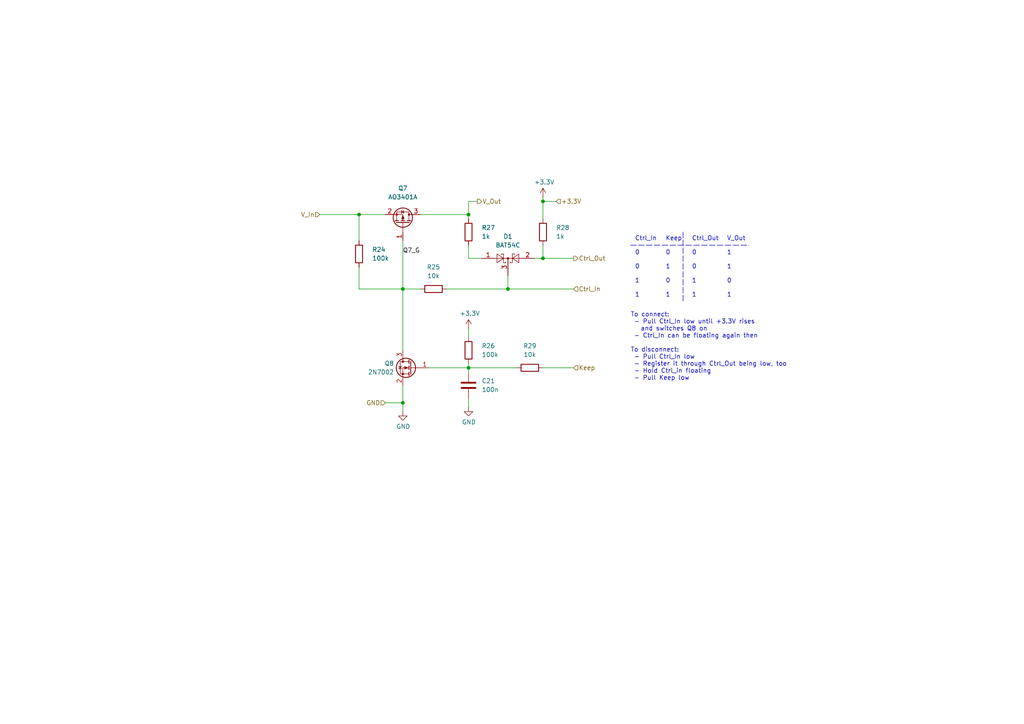
<source format=kicad_sch>
(kicad_sch (version 20211123) (generator eeschema)

  (uuid cbd6582d-6fd2-4277-8271-e1bf100ea5fd)

  (paper "A4")

  (lib_symbols
    (symbol "Device:C" (pin_numbers hide) (pin_names (offset 0.254)) (in_bom yes) (on_board yes)
      (property "Reference" "C" (id 0) (at 0.635 2.54 0)
        (effects (font (size 1.27 1.27)) (justify left))
      )
      (property "Value" "C" (id 1) (at 0.635 -2.54 0)
        (effects (font (size 1.27 1.27)) (justify left))
      )
      (property "Footprint" "" (id 2) (at 0.9652 -3.81 0)
        (effects (font (size 1.27 1.27)) hide)
      )
      (property "Datasheet" "~" (id 3) (at 0 0 0)
        (effects (font (size 1.27 1.27)) hide)
      )
      (property "ki_keywords" "cap capacitor" (id 4) (at 0 0 0)
        (effects (font (size 1.27 1.27)) hide)
      )
      (property "ki_description" "Unpolarized capacitor" (id 5) (at 0 0 0)
        (effects (font (size 1.27 1.27)) hide)
      )
      (property "ki_fp_filters" "C_*" (id 6) (at 0 0 0)
        (effects (font (size 1.27 1.27)) hide)
      )
      (symbol "C_0_1"
        (polyline
          (pts
            (xy -2.032 -0.762)
            (xy 2.032 -0.762)
          )
          (stroke (width 0.508) (type default) (color 0 0 0 0))
          (fill (type none))
        )
        (polyline
          (pts
            (xy -2.032 0.762)
            (xy 2.032 0.762)
          )
          (stroke (width 0.508) (type default) (color 0 0 0 0))
          (fill (type none))
        )
      )
      (symbol "C_1_1"
        (pin passive line (at 0 3.81 270) (length 2.794)
          (name "~" (effects (font (size 1.27 1.27))))
          (number "1" (effects (font (size 1.27 1.27))))
        )
        (pin passive line (at 0 -3.81 90) (length 2.794)
          (name "~" (effects (font (size 1.27 1.27))))
          (number "2" (effects (font (size 1.27 1.27))))
        )
      )
    )
    (symbol "Device:R" (pin_numbers hide) (pin_names (offset 0)) (in_bom yes) (on_board yes)
      (property "Reference" "R" (id 0) (at 2.032 0 90)
        (effects (font (size 1.27 1.27)))
      )
      (property "Value" "R" (id 1) (at 0 0 90)
        (effects (font (size 1.27 1.27)))
      )
      (property "Footprint" "" (id 2) (at -1.778 0 90)
        (effects (font (size 1.27 1.27)) hide)
      )
      (property "Datasheet" "~" (id 3) (at 0 0 0)
        (effects (font (size 1.27 1.27)) hide)
      )
      (property "ki_keywords" "R res resistor" (id 4) (at 0 0 0)
        (effects (font (size 1.27 1.27)) hide)
      )
      (property "ki_description" "Resistor" (id 5) (at 0 0 0)
        (effects (font (size 1.27 1.27)) hide)
      )
      (property "ki_fp_filters" "R_*" (id 6) (at 0 0 0)
        (effects (font (size 1.27 1.27)) hide)
      )
      (symbol "R_0_1"
        (rectangle (start -1.016 -2.54) (end 1.016 2.54)
          (stroke (width 0.254) (type default) (color 0 0 0 0))
          (fill (type none))
        )
      )
      (symbol "R_1_1"
        (pin passive line (at 0 3.81 270) (length 1.27)
          (name "~" (effects (font (size 1.27 1.27))))
          (number "1" (effects (font (size 1.27 1.27))))
        )
        (pin passive line (at 0 -3.81 90) (length 1.27)
          (name "~" (effects (font (size 1.27 1.27))))
          (number "2" (effects (font (size 1.27 1.27))))
        )
      )
    )
    (symbol "Diode:BAT54C" (pin_names (offset 1.016)) (in_bom yes) (on_board yes)
      (property "Reference" "D" (id 0) (at 0.635 -3.81 0)
        (effects (font (size 1.27 1.27)) (justify left))
      )
      (property "Value" "BAT54C" (id 1) (at -6.35 3.175 0)
        (effects (font (size 1.27 1.27)) (justify left))
      )
      (property "Footprint" "Package_TO_SOT_SMD:SOT-23" (id 2) (at 1.905 3.175 0)
        (effects (font (size 1.27 1.27)) (justify left) hide)
      )
      (property "Datasheet" "http://www.diodes.com/_files/datasheets/ds11005.pdf" (id 3) (at -2.032 0 0)
        (effects (font (size 1.27 1.27)) hide)
      )
      (property "ki_keywords" "schottky diode common cathode" (id 4) (at 0 0 0)
        (effects (font (size 1.27 1.27)) hide)
      )
      (property "ki_description" "dual schottky barrier diode, common cathode" (id 5) (at 0 0 0)
        (effects (font (size 1.27 1.27)) hide)
      )
      (property "ki_fp_filters" "SOT?23*" (id 6) (at 0 0 0)
        (effects (font (size 1.27 1.27)) hide)
      )
      (symbol "BAT54C_0_1"
        (polyline
          (pts
            (xy -1.905 0)
            (xy 1.905 0)
          )
          (stroke (width 0) (type default) (color 0 0 0 0))
          (fill (type none))
        )
        (polyline
          (pts
            (xy -1.905 1.27)
            (xy -1.905 1.016)
          )
          (stroke (width 0) (type default) (color 0 0 0 0))
          (fill (type none))
        )
        (polyline
          (pts
            (xy -1.27 -1.27)
            (xy -0.635 -1.27)
          )
          (stroke (width 0) (type default) (color 0 0 0 0))
          (fill (type none))
        )
        (polyline
          (pts
            (xy -1.27 0)
            (xy -3.81 0)
          )
          (stroke (width 0) (type default) (color 0 0 0 0))
          (fill (type none))
        )
        (polyline
          (pts
            (xy -1.27 1.27)
            (xy -1.905 1.27)
          )
          (stroke (width 0) (type default) (color 0 0 0 0))
          (fill (type none))
        )
        (polyline
          (pts
            (xy -1.27 1.27)
            (xy -1.27 -1.27)
          )
          (stroke (width 0) (type default) (color 0 0 0 0))
          (fill (type none))
        )
        (polyline
          (pts
            (xy -0.635 -1.27)
            (xy -0.635 -1.016)
          )
          (stroke (width 0) (type default) (color 0 0 0 0))
          (fill (type none))
        )
        (polyline
          (pts
            (xy 0.635 -1.27)
            (xy 0.635 -1.016)
          )
          (stroke (width 0) (type default) (color 0 0 0 0))
          (fill (type none))
        )
        (polyline
          (pts
            (xy 1.27 -1.27)
            (xy 0.635 -1.27)
          )
          (stroke (width 0) (type default) (color 0 0 0 0))
          (fill (type none))
        )
        (polyline
          (pts
            (xy 1.27 1.27)
            (xy 1.27 -1.27)
          )
          (stroke (width 0) (type default) (color 0 0 0 0))
          (fill (type none))
        )
        (polyline
          (pts
            (xy 1.27 1.27)
            (xy 1.905 1.27)
          )
          (stroke (width 0) (type default) (color 0 0 0 0))
          (fill (type none))
        )
        (polyline
          (pts
            (xy 1.905 1.27)
            (xy 1.905 1.016)
          )
          (stroke (width 0) (type default) (color 0 0 0 0))
          (fill (type none))
        )
        (polyline
          (pts
            (xy 3.81 0)
            (xy 1.27 0)
          )
          (stroke (width 0) (type default) (color 0 0 0 0))
          (fill (type none))
        )
        (polyline
          (pts
            (xy -3.175 -1.27)
            (xy -3.175 1.27)
            (xy -1.27 0)
            (xy -3.175 -1.27)
          )
          (stroke (width 0) (type default) (color 0 0 0 0))
          (fill (type none))
        )
        (polyline
          (pts
            (xy 3.175 -1.27)
            (xy 3.175 1.27)
            (xy 1.27 0)
            (xy 3.175 -1.27)
          )
          (stroke (width 0) (type default) (color 0 0 0 0))
          (fill (type none))
        )
        (circle (center 0 0) (radius 0.254)
          (stroke (width 0) (type default) (color 0 0 0 0))
          (fill (type outline))
        )
      )
      (symbol "BAT54C_1_1"
        (pin passive line (at -7.62 0 0) (length 3.81)
          (name "~" (effects (font (size 1.27 1.27))))
          (number "1" (effects (font (size 1.27 1.27))))
        )
        (pin passive line (at 7.62 0 180) (length 3.81)
          (name "~" (effects (font (size 1.27 1.27))))
          (number "2" (effects (font (size 1.27 1.27))))
        )
        (pin passive line (at 0 -5.08 90) (length 5.08)
          (name "~" (effects (font (size 1.27 1.27))))
          (number "3" (effects (font (size 1.27 1.27))))
        )
      )
    )
    (symbol "Transistor_FET:2N7002" (pin_names hide) (in_bom yes) (on_board yes)
      (property "Reference" "Q" (id 0) (at 5.08 1.905 0)
        (effects (font (size 1.27 1.27)) (justify left))
      )
      (property "Value" "2N7002" (id 1) (at 5.08 0 0)
        (effects (font (size 1.27 1.27)) (justify left))
      )
      (property "Footprint" "Package_TO_SOT_SMD:SOT-23" (id 2) (at 5.08 -1.905 0)
        (effects (font (size 1.27 1.27) italic) (justify left) hide)
      )
      (property "Datasheet" "https://www.onsemi.com/pub/Collateral/NDS7002A-D.PDF" (id 3) (at 0 0 0)
        (effects (font (size 1.27 1.27)) (justify left) hide)
      )
      (property "ki_keywords" "N-Channel Switching MOSFET" (id 4) (at 0 0 0)
        (effects (font (size 1.27 1.27)) hide)
      )
      (property "ki_description" "0.115A Id, 60V Vds, N-Channel MOSFET, SOT-23" (id 5) (at 0 0 0)
        (effects (font (size 1.27 1.27)) hide)
      )
      (property "ki_fp_filters" "SOT?23*" (id 6) (at 0 0 0)
        (effects (font (size 1.27 1.27)) hide)
      )
      (symbol "2N7002_0_1"
        (polyline
          (pts
            (xy 0.254 0)
            (xy -2.54 0)
          )
          (stroke (width 0) (type default) (color 0 0 0 0))
          (fill (type none))
        )
        (polyline
          (pts
            (xy 0.254 1.905)
            (xy 0.254 -1.905)
          )
          (stroke (width 0.254) (type default) (color 0 0 0 0))
          (fill (type none))
        )
        (polyline
          (pts
            (xy 0.762 -1.27)
            (xy 0.762 -2.286)
          )
          (stroke (width 0.254) (type default) (color 0 0 0 0))
          (fill (type none))
        )
        (polyline
          (pts
            (xy 0.762 0.508)
            (xy 0.762 -0.508)
          )
          (stroke (width 0.254) (type default) (color 0 0 0 0))
          (fill (type none))
        )
        (polyline
          (pts
            (xy 0.762 2.286)
            (xy 0.762 1.27)
          )
          (stroke (width 0.254) (type default) (color 0 0 0 0))
          (fill (type none))
        )
        (polyline
          (pts
            (xy 2.54 2.54)
            (xy 2.54 1.778)
          )
          (stroke (width 0) (type default) (color 0 0 0 0))
          (fill (type none))
        )
        (polyline
          (pts
            (xy 2.54 -2.54)
            (xy 2.54 0)
            (xy 0.762 0)
          )
          (stroke (width 0) (type default) (color 0 0 0 0))
          (fill (type none))
        )
        (polyline
          (pts
            (xy 0.762 -1.778)
            (xy 3.302 -1.778)
            (xy 3.302 1.778)
            (xy 0.762 1.778)
          )
          (stroke (width 0) (type default) (color 0 0 0 0))
          (fill (type none))
        )
        (polyline
          (pts
            (xy 1.016 0)
            (xy 2.032 0.381)
            (xy 2.032 -0.381)
            (xy 1.016 0)
          )
          (stroke (width 0) (type default) (color 0 0 0 0))
          (fill (type outline))
        )
        (polyline
          (pts
            (xy 2.794 0.508)
            (xy 2.921 0.381)
            (xy 3.683 0.381)
            (xy 3.81 0.254)
          )
          (stroke (width 0) (type default) (color 0 0 0 0))
          (fill (type none))
        )
        (polyline
          (pts
            (xy 3.302 0.381)
            (xy 2.921 -0.254)
            (xy 3.683 -0.254)
            (xy 3.302 0.381)
          )
          (stroke (width 0) (type default) (color 0 0 0 0))
          (fill (type none))
        )
        (circle (center 1.651 0) (radius 2.794)
          (stroke (width 0.254) (type default) (color 0 0 0 0))
          (fill (type none))
        )
        (circle (center 2.54 -1.778) (radius 0.254)
          (stroke (width 0) (type default) (color 0 0 0 0))
          (fill (type outline))
        )
        (circle (center 2.54 1.778) (radius 0.254)
          (stroke (width 0) (type default) (color 0 0 0 0))
          (fill (type outline))
        )
      )
      (symbol "2N7002_1_1"
        (pin input line (at -5.08 0 0) (length 2.54)
          (name "G" (effects (font (size 1.27 1.27))))
          (number "1" (effects (font (size 1.27 1.27))))
        )
        (pin passive line (at 2.54 -5.08 90) (length 2.54)
          (name "S" (effects (font (size 1.27 1.27))))
          (number "2" (effects (font (size 1.27 1.27))))
        )
        (pin passive line (at 2.54 5.08 270) (length 2.54)
          (name "D" (effects (font (size 1.27 1.27))))
          (number "3" (effects (font (size 1.27 1.27))))
        )
      )
    )
    (symbol "Transistor_FET:AO3401A" (pin_names hide) (in_bom yes) (on_board yes)
      (property "Reference" "Q" (id 0) (at 5.08 1.905 0)
        (effects (font (size 1.27 1.27)) (justify left))
      )
      (property "Value" "AO3401A" (id 1) (at 5.08 0 0)
        (effects (font (size 1.27 1.27)) (justify left))
      )
      (property "Footprint" "Package_TO_SOT_SMD:SOT-23" (id 2) (at 5.08 -1.905 0)
        (effects (font (size 1.27 1.27) italic) (justify left) hide)
      )
      (property "Datasheet" "http://www.aosmd.com/pdfs/datasheet/AO3401A.pdf" (id 3) (at 0 0 0)
        (effects (font (size 1.27 1.27)) (justify left) hide)
      )
      (property "ki_keywords" "P-Channel MOSFET" (id 4) (at 0 0 0)
        (effects (font (size 1.27 1.27)) hide)
      )
      (property "ki_description" "-4.0A Id, -30V Vds, P-Channel MOSFET, SOT-23" (id 5) (at 0 0 0)
        (effects (font (size 1.27 1.27)) hide)
      )
      (property "ki_fp_filters" "SOT?23*" (id 6) (at 0 0 0)
        (effects (font (size 1.27 1.27)) hide)
      )
      (symbol "AO3401A_0_1"
        (polyline
          (pts
            (xy 0.254 0)
            (xy -2.54 0)
          )
          (stroke (width 0) (type default) (color 0 0 0 0))
          (fill (type none))
        )
        (polyline
          (pts
            (xy 0.254 1.905)
            (xy 0.254 -1.905)
          )
          (stroke (width 0.254) (type default) (color 0 0 0 0))
          (fill (type none))
        )
        (polyline
          (pts
            (xy 0.762 -1.27)
            (xy 0.762 -2.286)
          )
          (stroke (width 0.254) (type default) (color 0 0 0 0))
          (fill (type none))
        )
        (polyline
          (pts
            (xy 0.762 0.508)
            (xy 0.762 -0.508)
          )
          (stroke (width 0.254) (type default) (color 0 0 0 0))
          (fill (type none))
        )
        (polyline
          (pts
            (xy 0.762 2.286)
            (xy 0.762 1.27)
          )
          (stroke (width 0.254) (type default) (color 0 0 0 0))
          (fill (type none))
        )
        (polyline
          (pts
            (xy 2.54 2.54)
            (xy 2.54 1.778)
          )
          (stroke (width 0) (type default) (color 0 0 0 0))
          (fill (type none))
        )
        (polyline
          (pts
            (xy 2.54 -2.54)
            (xy 2.54 0)
            (xy 0.762 0)
          )
          (stroke (width 0) (type default) (color 0 0 0 0))
          (fill (type none))
        )
        (polyline
          (pts
            (xy 0.762 1.778)
            (xy 3.302 1.778)
            (xy 3.302 -1.778)
            (xy 0.762 -1.778)
          )
          (stroke (width 0) (type default) (color 0 0 0 0))
          (fill (type none))
        )
        (polyline
          (pts
            (xy 2.286 0)
            (xy 1.27 0.381)
            (xy 1.27 -0.381)
            (xy 2.286 0)
          )
          (stroke (width 0) (type default) (color 0 0 0 0))
          (fill (type outline))
        )
        (polyline
          (pts
            (xy 2.794 -0.508)
            (xy 2.921 -0.381)
            (xy 3.683 -0.381)
            (xy 3.81 -0.254)
          )
          (stroke (width 0) (type default) (color 0 0 0 0))
          (fill (type none))
        )
        (polyline
          (pts
            (xy 3.302 -0.381)
            (xy 2.921 0.254)
            (xy 3.683 0.254)
            (xy 3.302 -0.381)
          )
          (stroke (width 0) (type default) (color 0 0 0 0))
          (fill (type none))
        )
        (circle (center 1.651 0) (radius 2.794)
          (stroke (width 0.254) (type default) (color 0 0 0 0))
          (fill (type none))
        )
        (circle (center 2.54 -1.778) (radius 0.254)
          (stroke (width 0) (type default) (color 0 0 0 0))
          (fill (type outline))
        )
        (circle (center 2.54 1.778) (radius 0.254)
          (stroke (width 0) (type default) (color 0 0 0 0))
          (fill (type outline))
        )
      )
      (symbol "AO3401A_1_1"
        (pin input line (at -5.08 0 0) (length 2.54)
          (name "G" (effects (font (size 1.27 1.27))))
          (number "1" (effects (font (size 1.27 1.27))))
        )
        (pin passive line (at 2.54 -5.08 90) (length 2.54)
          (name "S" (effects (font (size 1.27 1.27))))
          (number "2" (effects (font (size 1.27 1.27))))
        )
        (pin passive line (at 2.54 5.08 270) (length 2.54)
          (name "D" (effects (font (size 1.27 1.27))))
          (number "3" (effects (font (size 1.27 1.27))))
        )
      )
    )
    (symbol "power:+3.3V" (power) (pin_names (offset 0)) (in_bom yes) (on_board yes)
      (property "Reference" "#PWR" (id 0) (at 0 -3.81 0)
        (effects (font (size 1.27 1.27)) hide)
      )
      (property "Value" "+3.3V" (id 1) (at 0 3.556 0)
        (effects (font (size 1.27 1.27)))
      )
      (property "Footprint" "" (id 2) (at 0 0 0)
        (effects (font (size 1.27 1.27)) hide)
      )
      (property "Datasheet" "" (id 3) (at 0 0 0)
        (effects (font (size 1.27 1.27)) hide)
      )
      (property "ki_keywords" "power-flag" (id 4) (at 0 0 0)
        (effects (font (size 1.27 1.27)) hide)
      )
      (property "ki_description" "Power symbol creates a global label with name \"+3.3V\"" (id 5) (at 0 0 0)
        (effects (font (size 1.27 1.27)) hide)
      )
      (symbol "+3.3V_0_1"
        (polyline
          (pts
            (xy -0.762 1.27)
            (xy 0 2.54)
          )
          (stroke (width 0) (type default) (color 0 0 0 0))
          (fill (type none))
        )
        (polyline
          (pts
            (xy 0 0)
            (xy 0 2.54)
          )
          (stroke (width 0) (type default) (color 0 0 0 0))
          (fill (type none))
        )
        (polyline
          (pts
            (xy 0 2.54)
            (xy 0.762 1.27)
          )
          (stroke (width 0) (type default) (color 0 0 0 0))
          (fill (type none))
        )
      )
      (symbol "+3.3V_1_1"
        (pin power_in line (at 0 0 90) (length 0) hide
          (name "+3.3V" (effects (font (size 1.27 1.27))))
          (number "1" (effects (font (size 1.27 1.27))))
        )
      )
    )
    (symbol "power:GND" (power) (pin_names (offset 0)) (in_bom yes) (on_board yes)
      (property "Reference" "#PWR" (id 0) (at 0 -6.35 0)
        (effects (font (size 1.27 1.27)) hide)
      )
      (property "Value" "GND" (id 1) (at 0 -3.81 0)
        (effects (font (size 1.27 1.27)))
      )
      (property "Footprint" "" (id 2) (at 0 0 0)
        (effects (font (size 1.27 1.27)) hide)
      )
      (property "Datasheet" "" (id 3) (at 0 0 0)
        (effects (font (size 1.27 1.27)) hide)
      )
      (property "ki_keywords" "power-flag" (id 4) (at 0 0 0)
        (effects (font (size 1.27 1.27)) hide)
      )
      (property "ki_description" "Power symbol creates a global label with name \"GND\" , ground" (id 5) (at 0 0 0)
        (effects (font (size 1.27 1.27)) hide)
      )
      (symbol "GND_0_1"
        (polyline
          (pts
            (xy 0 0)
            (xy 0 -1.27)
            (xy 1.27 -1.27)
            (xy 0 -2.54)
            (xy -1.27 -1.27)
            (xy 0 -1.27)
          )
          (stroke (width 0) (type default) (color 0 0 0 0))
          (fill (type none))
        )
      )
      (symbol "GND_1_1"
        (pin power_in line (at 0 0 270) (length 0) hide
          (name "GND" (effects (font (size 1.27 1.27))))
          (number "1" (effects (font (size 1.27 1.27))))
        )
      )
    )
  )

  (junction (at 116.84 83.82) (diameter 0) (color 0 0 0 0)
    (uuid 2c77ab9b-e48a-416f-afd0-76845a8fd038)
  )
  (junction (at 157.48 58.42) (diameter 0) (color 0 0 0 0)
    (uuid 3c326ed4-3b60-4a3c-ab42-8b288a0d0f2d)
  )
  (junction (at 147.32 83.82) (diameter 0) (color 0 0 0 0)
    (uuid 46b108fd-1e52-4c13-876d-e3e4aaa9c3fd)
  )
  (junction (at 116.84 116.84) (diameter 0) (color 0 0 0 0)
    (uuid 4a7c98c4-43c5-4608-9cce-80d1c4df2495)
  )
  (junction (at 157.48 74.93) (diameter 0) (color 0 0 0 0)
    (uuid 9a31c4e6-fee7-44ca-920c-e5f7bad68d9a)
  )
  (junction (at 135.89 62.23) (diameter 0) (color 0 0 0 0)
    (uuid 9bae36c8-b470-4f0c-af82-fef9edeff0c1)
  )
  (junction (at 104.14 62.23) (diameter 0) (color 0 0 0 0)
    (uuid b6dbbf29-582d-45bc-8547-e7e8818d2ceb)
  )
  (junction (at 135.89 106.68) (diameter 0) (color 0 0 0 0)
    (uuid ccec0b82-12d0-4f28-938d-5d3a687680e7)
  )

  (wire (pts (xy 124.46 106.68) (xy 135.89 106.68))
    (stroke (width 0) (type default) (color 0 0 0 0))
    (uuid 0b3a8503-578f-43a2-957f-7fdbe5ff86bd)
  )
  (wire (pts (xy 147.32 83.82) (xy 166.37 83.82))
    (stroke (width 0) (type default) (color 0 0 0 0))
    (uuid 0d8c1b25-e740-4326-8918-80a016a81c29)
  )
  (wire (pts (xy 135.89 95.25) (xy 135.89 97.79))
    (stroke (width 0) (type default) (color 0 0 0 0))
    (uuid 102b236d-fc47-412c-9677-6b01ba4a2530)
  )
  (wire (pts (xy 154.94 74.93) (xy 157.48 74.93))
    (stroke (width 0) (type default) (color 0 0 0 0))
    (uuid 1259d83c-7fd4-4781-8fb9-05cbaf1f34bf)
  )
  (wire (pts (xy 116.84 69.85) (xy 116.84 83.82))
    (stroke (width 0) (type default) (color 0 0 0 0))
    (uuid 138a1c47-0098-464d-bf70-3ef9e651ee2b)
  )
  (wire (pts (xy 121.92 62.23) (xy 135.89 62.23))
    (stroke (width 0) (type default) (color 0 0 0 0))
    (uuid 15ee9bde-b348-4930-865f-fc0525b518b4)
  )
  (wire (pts (xy 92.71 62.23) (xy 104.14 62.23))
    (stroke (width 0) (type default) (color 0 0 0 0))
    (uuid 1cf8a279-6eb9-4417-b745-a34d408a5414)
  )
  (polyline (pts (xy 198.12 67.31) (xy 198.12 87.63))
    (stroke (width 0) (type default) (color 0 0 0 0))
    (uuid 36afeaa3-43c8-4f11-a409-7be6ed614f3e)
  )

  (wire (pts (xy 157.48 71.12) (xy 157.48 74.93))
    (stroke (width 0) (type default) (color 0 0 0 0))
    (uuid 3a86e9aa-d4b3-40f5-ba13-6386dbe5fbc4)
  )
  (wire (pts (xy 157.48 74.93) (xy 166.37 74.93))
    (stroke (width 0) (type default) (color 0 0 0 0))
    (uuid 3b27dcb9-937f-4e94-8864-bd8c9d763681)
  )
  (wire (pts (xy 157.48 58.42) (xy 161.29 58.42))
    (stroke (width 0) (type default) (color 0 0 0 0))
    (uuid 3b4d23de-c383-4c09-be32-d5e62bbfa438)
  )
  (wire (pts (xy 104.14 62.23) (xy 111.76 62.23))
    (stroke (width 0) (type default) (color 0 0 0 0))
    (uuid 3ca3cfa0-c414-4c1e-b439-8f4e9ded8e17)
  )
  (wire (pts (xy 116.84 116.84) (xy 116.84 119.38))
    (stroke (width 0) (type default) (color 0 0 0 0))
    (uuid 3fc0020c-45c6-4ec9-af83-62d643020493)
  )
  (wire (pts (xy 104.14 83.82) (xy 116.84 83.82))
    (stroke (width 0) (type default) (color 0 0 0 0))
    (uuid 4eee0da6-f4c1-453c-be27-b3dc685cd597)
  )
  (wire (pts (xy 111.76 116.84) (xy 116.84 116.84))
    (stroke (width 0) (type default) (color 0 0 0 0))
    (uuid 4f9f9978-9622-4acc-9cf1-c8674758ebff)
  )
  (wire (pts (xy 157.48 106.68) (xy 166.37 106.68))
    (stroke (width 0) (type default) (color 0 0 0 0))
    (uuid 5e3f8dda-4f9c-4b63-99fd-5e0415cb07c7)
  )
  (wire (pts (xy 121.92 83.82) (xy 116.84 83.82))
    (stroke (width 0) (type default) (color 0 0 0 0))
    (uuid 67226b85-997f-407c-ae97-19d567700e93)
  )
  (polyline (pts (xy 182.88 71.12) (xy 217.17 71.12))
    (stroke (width 0) (type default) (color 0 0 0 0))
    (uuid 726740ab-ed15-4bda-bf0a-efdee1ca34eb)
  )

  (wire (pts (xy 135.89 106.68) (xy 135.89 107.95))
    (stroke (width 0) (type default) (color 0 0 0 0))
    (uuid 794cb801-f976-4c75-b033-997e68406cfd)
  )
  (wire (pts (xy 135.89 74.93) (xy 139.7 74.93))
    (stroke (width 0) (type default) (color 0 0 0 0))
    (uuid 7bb93e6d-2301-413b-8273-dd6c21349fdf)
  )
  (wire (pts (xy 135.89 106.68) (xy 149.86 106.68))
    (stroke (width 0) (type default) (color 0 0 0 0))
    (uuid 85ff58a2-1cde-47d3-ac98-efc9b66c6f5b)
  )
  (wire (pts (xy 104.14 77.47) (xy 104.14 83.82))
    (stroke (width 0) (type default) (color 0 0 0 0))
    (uuid 89c0af7c-3583-4d31-af5b-a880f52fb7a8)
  )
  (wire (pts (xy 116.84 83.82) (xy 116.84 101.6))
    (stroke (width 0) (type default) (color 0 0 0 0))
    (uuid 8ea97d5f-4012-4a50-8e63-227a4aa98081)
  )
  (wire (pts (xy 135.89 62.23) (xy 135.89 63.5))
    (stroke (width 0) (type default) (color 0 0 0 0))
    (uuid 9fc1dcea-ec81-4056-95af-7a97268c1604)
  )
  (wire (pts (xy 129.54 83.82) (xy 147.32 83.82))
    (stroke (width 0) (type default) (color 0 0 0 0))
    (uuid b0eb7f5c-62ee-4556-a4b7-749e812e18e0)
  )
  (wire (pts (xy 135.89 58.42) (xy 135.89 62.23))
    (stroke (width 0) (type default) (color 0 0 0 0))
    (uuid b5def027-9cc6-4f97-ade8-8fe9058aa9bf)
  )
  (wire (pts (xy 157.48 57.15) (xy 157.48 58.42))
    (stroke (width 0) (type default) (color 0 0 0 0))
    (uuid bd727c6c-190a-4656-a714-2fda9e2f9503)
  )
  (wire (pts (xy 135.89 105.41) (xy 135.89 106.68))
    (stroke (width 0) (type default) (color 0 0 0 0))
    (uuid bee02de8-625a-4595-b5a2-73dceb42ebee)
  )
  (wire (pts (xy 135.89 115.57) (xy 135.89 118.11))
    (stroke (width 0) (type default) (color 0 0 0 0))
    (uuid c6053d26-32dd-4edb-82aa-b3e263b71a98)
  )
  (wire (pts (xy 147.32 80.01) (xy 147.32 83.82))
    (stroke (width 0) (type default) (color 0 0 0 0))
    (uuid c94c13f9-730a-413a-988a-7145292d60e3)
  )
  (wire (pts (xy 116.84 111.76) (xy 116.84 116.84))
    (stroke (width 0) (type default) (color 0 0 0 0))
    (uuid cb7d1dfc-f589-4a89-8339-ff5204e5cce4)
  )
  (wire (pts (xy 135.89 71.12) (xy 135.89 74.93))
    (stroke (width 0) (type default) (color 0 0 0 0))
    (uuid d9ce151a-bbfd-43bf-a5e5-f9b9a93b8362)
  )
  (wire (pts (xy 157.48 58.42) (xy 157.48 63.5))
    (stroke (width 0) (type default) (color 0 0 0 0))
    (uuid ecbc5866-f998-4bd0-a472-c20746853eda)
  )
  (wire (pts (xy 104.14 62.23) (xy 104.14 69.85))
    (stroke (width 0) (type default) (color 0 0 0 0))
    (uuid f65e26d8-58a1-43d0-b5ac-ac9fb88a0b6b)
  )
  (wire (pts (xy 135.89 58.42) (xy 138.43 58.42))
    (stroke (width 0) (type default) (color 0 0 0 0))
    (uuid f687fe60-dc13-4803-a5d1-2e435363e88b)
  )

  (text "Ctrl_In\n\n0\n\n0\n\n1\n\n1" (at 184.15 86.36 0)
    (effects (font (size 1.27 1.27)) (justify left bottom))
    (uuid 28a27c1c-3713-4cf4-93a5-bb0c0c05e052)
  )
  (text "V_Out\n\n1\n\n1\n\n0\n\n1" (at 210.82 86.36 0)
    (effects (font (size 1.27 1.27)) (justify left bottom))
    (uuid 59722a75-20bb-46ae-82b5-4ee3dc066a69)
  )
  (text "Keep\n\n0\n\n1\n\n0\n\n1" (at 193.04 86.36 0)
    (effects (font (size 1.27 1.27)) (justify left bottom))
    (uuid 7774a7ef-3b17-4fb0-9dc9-09a4bafdbba1)
  )
  (text "Ctrl_Out\n\n0\n\n0\n\n1\n\n1" (at 200.66 86.36 0)
    (effects (font (size 1.27 1.27)) (justify left bottom))
    (uuid b903b441-607e-4c61-8a7a-20fef9a5026c)
  )
  (text "To connect:\n - Pull Ctrl_In low until +3.3V rises\n   and switches Q8 on\n - Ctrl_In can be floating again then\n\nTo disconnect:\n - Pull Ctrl_In low\n - Register it through Ctrl_Out being low, too\n - Hold Ctrl_in floating\n - Pull Keep low "
    (at 182.88 110.49 0)
    (effects (font (size 1.27 1.27)) (justify left bottom))
    (uuid cd6f489e-cf13-4945-84c0-c3f28516f64a)
  )

  (label "Q7_G" (at 116.84 73.66 0)
    (effects (font (size 1.27 1.27)) (justify left bottom))
    (uuid 606f2874-0ad6-4321-aa04-12172c81b49e)
  )

  (hierarchical_label "Ctrl_In" (shape input) (at 166.37 83.82 0)
    (effects (font (size 1.27 1.27)) (justify left))
    (uuid 072850de-4bf1-4b15-b44d-58baa1703148)
  )
  (hierarchical_label "+3.3V" (shape input) (at 161.29 58.42 0)
    (effects (font (size 1.27 1.27)) (justify left))
    (uuid 17d3ecc0-0144-492f-9cac-d389bd82342e)
  )
  (hierarchical_label "Keep" (shape input) (at 166.37 106.68 0)
    (effects (font (size 1.27 1.27)) (justify left))
    (uuid 558e39f4-a9d7-4a8b-9c97-3d34c965d30f)
  )
  (hierarchical_label "V_Out" (shape output) (at 138.43 58.42 0)
    (effects (font (size 1.27 1.27)) (justify left))
    (uuid 9b5d4f1f-c27b-4539-ae92-c8029de05fdc)
  )
  (hierarchical_label "V_In" (shape input) (at 92.71 62.23 180)
    (effects (font (size 1.27 1.27)) (justify right))
    (uuid a546418c-bf37-4069-aecf-85d3908c40bb)
  )
  (hierarchical_label "Ctrl_Out" (shape output) (at 166.37 74.93 0)
    (effects (font (size 1.27 1.27)) (justify left))
    (uuid f1f66ace-9530-4bf0-a431-e524750feb1f)
  )
  (hierarchical_label "GND" (shape input) (at 111.76 116.84 180)
    (effects (font (size 1.27 1.27)) (justify right))
    (uuid fcdbe2a4-4ede-4293-8717-50601a07f6ea)
  )

  (symbol (lib_id "Device:R") (at 153.67 106.68 270) (unit 1)
    (in_bom yes) (on_board yes) (fields_autoplaced)
    (uuid 0325e955-dcf6-4509-9f2f-0ab519590044)
    (property "Reference" "R29" (id 0) (at 153.67 100.33 90))
    (property "Value" "10k" (id 1) (at 153.67 102.87 90))
    (property "Footprint" "Resistor_SMD:R_0603_1608Metric" (id 2) (at 153.67 104.902 90)
      (effects (font (size 1.27 1.27)) hide)
    )
    (property "Datasheet" "~" (id 3) (at 153.67 106.68 0)
      (effects (font (size 1.27 1.27)) hide)
    )
    (property "Comment" "5% 100ppm" (id 4) (at 153.67 106.68 0)
      (effects (font (size 1.27 1.27)) hide)
    )
    (pin "1" (uuid 5d42dc19-b452-4fe2-a6bc-7f7590e1eee4))
    (pin "2" (uuid adc49fb3-57a9-4253-adfc-5c9091e72cf6))
  )

  (symbol (lib_id "Device:R") (at 135.89 101.6 180) (unit 1)
    (in_bom yes) (on_board yes) (fields_autoplaced)
    (uuid 1abf5eea-04b5-45fc-aaca-94ed0a8a70a2)
    (property "Reference" "R26" (id 0) (at 139.7 100.3299 0)
      (effects (font (size 1.27 1.27)) (justify right))
    )
    (property "Value" "100k" (id 1) (at 139.7 102.8699 0)
      (effects (font (size 1.27 1.27)) (justify right))
    )
    (property "Footprint" "Resistor_SMD:R_0603_1608Metric" (id 2) (at 137.668 101.6 90)
      (effects (font (size 1.27 1.27)) hide)
    )
    (property "Datasheet" "~" (id 3) (at 135.89 101.6 0)
      (effects (font (size 1.27 1.27)) hide)
    )
    (property "Comment" "5% 100ppm" (id 4) (at 135.89 101.6 0)
      (effects (font (size 1.27 1.27)) hide)
    )
    (pin "1" (uuid 74c068a2-c6ff-4b45-88a2-39a9aa462bb2))
    (pin "2" (uuid 3fc2af01-84dd-46e9-be9b-d182003b7b52))
  )

  (symbol (lib_id "Device:R") (at 157.48 67.31 180) (unit 1)
    (in_bom yes) (on_board yes) (fields_autoplaced)
    (uuid 3168c906-3e37-4ae7-9054-a7e417115000)
    (property "Reference" "R28" (id 0) (at 161.29 66.0399 0)
      (effects (font (size 1.27 1.27)) (justify right))
    )
    (property "Value" "1k" (id 1) (at 161.29 68.5799 0)
      (effects (font (size 1.27 1.27)) (justify right))
    )
    (property "Footprint" "Resistor_SMD:R_0603_1608Metric" (id 2) (at 159.258 67.31 90)
      (effects (font (size 1.27 1.27)) hide)
    )
    (property "Datasheet" "~" (id 3) (at 157.48 67.31 0)
      (effects (font (size 1.27 1.27)) hide)
    )
    (property "Comment" "5% 100ppm" (id 4) (at 157.48 67.31 0)
      (effects (font (size 1.27 1.27)) hide)
    )
    (pin "1" (uuid 853869d7-656b-4839-9c6b-722dce996204))
    (pin "2" (uuid d948b01b-74c2-4b00-9a55-9f8e0bcfe48a))
  )

  (symbol (lib_id "Device:C") (at 135.89 111.76 0) (unit 1)
    (in_bom yes) (on_board yes) (fields_autoplaced)
    (uuid 3e27bf7d-35ae-45a4-90d3-d3e92c975d10)
    (property "Reference" "C21" (id 0) (at 139.7 110.4899 0)
      (effects (font (size 1.27 1.27)) (justify left))
    )
    (property "Value" "100n" (id 1) (at 139.7 113.0299 0)
      (effects (font (size 1.27 1.27)) (justify left))
    )
    (property "Footprint" "Capacitor_SMD:C_0603_1608Metric" (id 2) (at 136.8552 115.57 0)
      (effects (font (size 1.27 1.27)) hide)
    )
    (property "Datasheet" "~" (id 3) (at 135.89 111.76 0)
      (effects (font (size 1.27 1.27)) hide)
    )
    (property "Comment" "X7R 10V" (id 4) (at 135.89 111.76 0)
      (effects (font (size 1.27 1.27)) hide)
    )
    (property "LCSC" "" (id 5) (at 135.89 111.76 0)
      (effects (font (size 1.27 1.27)) hide)
    )
    (pin "1" (uuid 2aa7974d-49f0-45ea-aed0-397108359f36))
    (pin "2" (uuid 79908422-c49e-48f1-b912-544c8a0057c0))
  )

  (symbol (lib_id "power:GND") (at 116.84 119.38 0) (unit 1)
    (in_bom yes) (on_board yes)
    (uuid 3ffb6e5e-5bc6-414b-a6cf-b27afdc9258f)
    (property "Reference" "#PWR05" (id 0) (at 116.84 125.73 0)
      (effects (font (size 1.27 1.27)) hide)
    )
    (property "Value" "GND" (id 1) (at 116.9543 123.7044 0))
    (property "Footprint" "" (id 2) (at 116.84 119.38 0))
    (property "Datasheet" "" (id 3) (at 116.84 119.38 0))
    (pin "1" (uuid 4e22ea5c-550d-4d2f-b3a2-1fdee6771f98))
  )

  (symbol (lib_id "power:GND") (at 135.89 118.11 0) (unit 1)
    (in_bom yes) (on_board yes)
    (uuid 58a9f070-8dcb-418c-91db-fa4004404f4f)
    (property "Reference" "#PWR07" (id 0) (at 135.89 124.46 0)
      (effects (font (size 1.27 1.27)) hide)
    )
    (property "Value" "GND" (id 1) (at 136.0043 122.4344 0))
    (property "Footprint" "" (id 2) (at 135.89 118.11 0))
    (property "Datasheet" "" (id 3) (at 135.89 118.11 0))
    (pin "1" (uuid a7cbae0e-1e64-4a29-8312-5e8f77c643e0))
  )

  (symbol (lib_id "Transistor_FET:2N7002") (at 119.38 106.68 0) (mirror y) (unit 1)
    (in_bom yes) (on_board yes) (fields_autoplaced)
    (uuid 5d245126-d3dc-4b82-9cb3-10aee83c6f6f)
    (property "Reference" "Q8" (id 0) (at 114.3 105.4099 0)
      (effects (font (size 1.27 1.27)) (justify left))
    )
    (property "Value" "2N7002" (id 1) (at 114.3 107.9499 0)
      (effects (font (size 1.27 1.27)) (justify left))
    )
    (property "Footprint" "Package_TO_SOT_SMD:SOT-23" (id 2) (at 114.3 108.585 0)
      (effects (font (size 1.27 1.27) italic) (justify left) hide)
    )
    (property "Datasheet" "https://www.onsemi.com/pub/Collateral/NDS7002A-D.PDF" (id 3) (at 119.38 106.68 0)
      (effects (font (size 1.27 1.27)) (justify left) hide)
    )
    (property "Comment" "60V" (id 4) (at 119.38 106.68 0)
      (effects (font (size 1.27 1.27)) hide)
    )
    (property "LCSC" "C350313" (id 5) (at 119.38 106.68 0)
      (effects (font (size 1.27 1.27)) hide)
    )
    (pin "1" (uuid 96c795c1-175a-4c22-8d21-f1db7aee82c7))
    (pin "2" (uuid 643cb07c-718b-4641-b6c0-ad2600117bfc))
    (pin "3" (uuid cf1dc45d-44dd-4eb9-8214-4ff7a7664c54))
  )

  (symbol (lib_id "Device:R") (at 104.14 73.66 180) (unit 1)
    (in_bom yes) (on_board yes) (fields_autoplaced)
    (uuid 87e9f738-7e61-48f0-acf1-80a30a02e430)
    (property "Reference" "R24" (id 0) (at 107.95 72.3899 0)
      (effects (font (size 1.27 1.27)) (justify right))
    )
    (property "Value" "100k" (id 1) (at 107.95 74.9299 0)
      (effects (font (size 1.27 1.27)) (justify right))
    )
    (property "Footprint" "Resistor_SMD:R_0603_1608Metric" (id 2) (at 105.918 73.66 90)
      (effects (font (size 1.27 1.27)) hide)
    )
    (property "Datasheet" "~" (id 3) (at 104.14 73.66 0)
      (effects (font (size 1.27 1.27)) hide)
    )
    (property "Comment" "5% 100ppm" (id 4) (at 104.14 73.66 0)
      (effects (font (size 1.27 1.27)) hide)
    )
    (pin "1" (uuid 9d0f80b0-e2b0-478c-9083-00b59f053c79))
    (pin "2" (uuid b502507a-1b32-4366-896a-5c540d0f9cf2))
  )

  (symbol (lib_id "Transistor_FET:AO3401A") (at 116.84 64.77 270) (mirror x) (unit 1)
    (in_bom yes) (on_board yes) (fields_autoplaced)
    (uuid 8a801ad3-268f-4973-9eeb-657d769e15f2)
    (property "Reference" "Q7" (id 0) (at 116.84 54.61 90))
    (property "Value" "AO3401A" (id 1) (at 116.84 57.15 90))
    (property "Footprint" "Package_TO_SOT_SMD:SOT-23" (id 2) (at 114.935 59.69 0)
      (effects (font (size 1.27 1.27) italic) (justify left) hide)
    )
    (property "Datasheet" "http://www.aosmd.com/pdfs/datasheet/AO3401A.pdf" (id 3) (at 116.84 64.77 0)
      (effects (font (size 1.27 1.27)) (justify left) hide)
    )
    (property "Comment" "30V" (id 4) (at 116.84 64.77 0)
      (effects (font (size 1.27 1.27)) hide)
    )
    (property "LCSC" " C15127" (id 5) (at 116.84 64.77 0)
      (effects (font (size 1.27 1.27)) hide)
    )
    (pin "1" (uuid ccec5605-d12e-4183-b579-b5b6e5a55ffa))
    (pin "2" (uuid a254a14a-aa94-44a8-92ac-59d170a9dce9))
    (pin "3" (uuid 38174160-c9c3-4106-9356-5c22dfccc3c1))
  )

  (symbol (lib_id "Device:R") (at 135.89 67.31 180) (unit 1)
    (in_bom yes) (on_board yes) (fields_autoplaced)
    (uuid b998bc1b-5ca9-44dd-9d67-e87394f3dccd)
    (property "Reference" "R27" (id 0) (at 139.7 66.0399 0)
      (effects (font (size 1.27 1.27)) (justify right))
    )
    (property "Value" "1k" (id 1) (at 139.7 68.5799 0)
      (effects (font (size 1.27 1.27)) (justify right))
    )
    (property "Footprint" "Resistor_SMD:R_0603_1608Metric" (id 2) (at 137.668 67.31 90)
      (effects (font (size 1.27 1.27)) hide)
    )
    (property "Datasheet" "~" (id 3) (at 135.89 67.31 0)
      (effects (font (size 1.27 1.27)) hide)
    )
    (property "Comment" "5% 100ppm" (id 4) (at 135.89 67.31 0)
      (effects (font (size 1.27 1.27)) hide)
    )
    (pin "1" (uuid 2e83d6d8-b347-4551-a5f8-707dfddc8d0f))
    (pin "2" (uuid 2e0e5f4f-472c-42dd-aaba-661fda891585))
  )

  (symbol (lib_id "power:+3.3V") (at 135.89 95.25 0) (unit 1)
    (in_bom yes) (on_board yes)
    (uuid d966a43d-5725-4026-afd9-83b10eb9a1ba)
    (property "Reference" "#PWR06" (id 0) (at 135.89 99.06 0)
      (effects (font (size 1.27 1.27)) hide)
    )
    (property "Value" "+3.3V" (id 1) (at 136.2583 90.9256 0))
    (property "Footprint" "" (id 2) (at 135.89 95.25 0))
    (property "Datasheet" "" (id 3) (at 135.89 95.25 0))
    (pin "1" (uuid 2fc5bcd2-2c3c-4fab-9f2d-38ce965bd261))
  )

  (symbol (lib_id "Device:R") (at 125.73 83.82 270) (unit 1)
    (in_bom yes) (on_board yes) (fields_autoplaced)
    (uuid ee1bc8ef-7ee9-4100-9d23-7b206491f9f5)
    (property "Reference" "R25" (id 0) (at 125.73 77.47 90))
    (property "Value" "10k" (id 1) (at 125.73 80.01 90))
    (property "Footprint" "Resistor_SMD:R_0603_1608Metric" (id 2) (at 125.73 82.042 90)
      (effects (font (size 1.27 1.27)) hide)
    )
    (property "Datasheet" "~" (id 3) (at 125.73 83.82 0)
      (effects (font (size 1.27 1.27)) hide)
    )
    (property "Comment" "5% 100ppm" (id 4) (at 125.73 83.82 0)
      (effects (font (size 1.27 1.27)) hide)
    )
    (pin "1" (uuid fd85e10a-2291-4eae-9ba8-61703882169e))
    (pin "2" (uuid cb7451c2-b5ef-4a27-ac8a-558e6ebbc022))
  )

  (symbol (lib_id "Diode:BAT54C") (at 147.32 74.93 0) (unit 1)
    (in_bom yes) (on_board yes) (fields_autoplaced)
    (uuid f0725812-29c3-48f7-a861-9fb479458c13)
    (property "Reference" "D1" (id 0) (at 147.32 68.58 0))
    (property "Value" "BAT54C" (id 1) (at 147.32 71.12 0))
    (property "Footprint" "Package_TO_SOT_SMD:SOT-23" (id 2) (at 149.225 71.755 0)
      (effects (font (size 1.27 1.27)) (justify left) hide)
    )
    (property "Datasheet" "http://www.diodes.com/_files/datasheets/ds11005.pdf" (id 3) (at 145.288 74.93 0)
      (effects (font (size 1.27 1.27)) hide)
    )
    (property "Comment" "30V" (id 4) (at 147.32 74.93 0)
      (effects (font (size 1.27 1.27)) hide)
    )
    (property "LCSC" "C37704" (id 5) (at 147.32 74.93 0)
      (effects (font (size 1.27 1.27)) hide)
    )
    (pin "1" (uuid 7f7a0579-0999-438d-aaf6-5afc5add3501))
    (pin "2" (uuid 5974b30d-a379-4fdb-b0dd-f1c9eb3ca988))
    (pin "3" (uuid 2a5fb84e-3a45-4c25-b21f-2efb0aa4e791))
  )

  (symbol (lib_id "power:+3.3V") (at 157.48 57.15 0) (unit 1)
    (in_bom yes) (on_board yes)
    (uuid fb5a3d53-39db-40d1-8d81-443891cb0016)
    (property "Reference" "#PWR08" (id 0) (at 157.48 60.96 0)
      (effects (font (size 1.27 1.27)) hide)
    )
    (property "Value" "+3.3V" (id 1) (at 157.8483 52.8256 0))
    (property "Footprint" "" (id 2) (at 157.48 57.15 0))
    (property "Datasheet" "" (id 3) (at 157.48 57.15 0))
    (pin "1" (uuid 6b829817-1e0a-4acd-898d-7005eee55bbf))
  )
)

</source>
